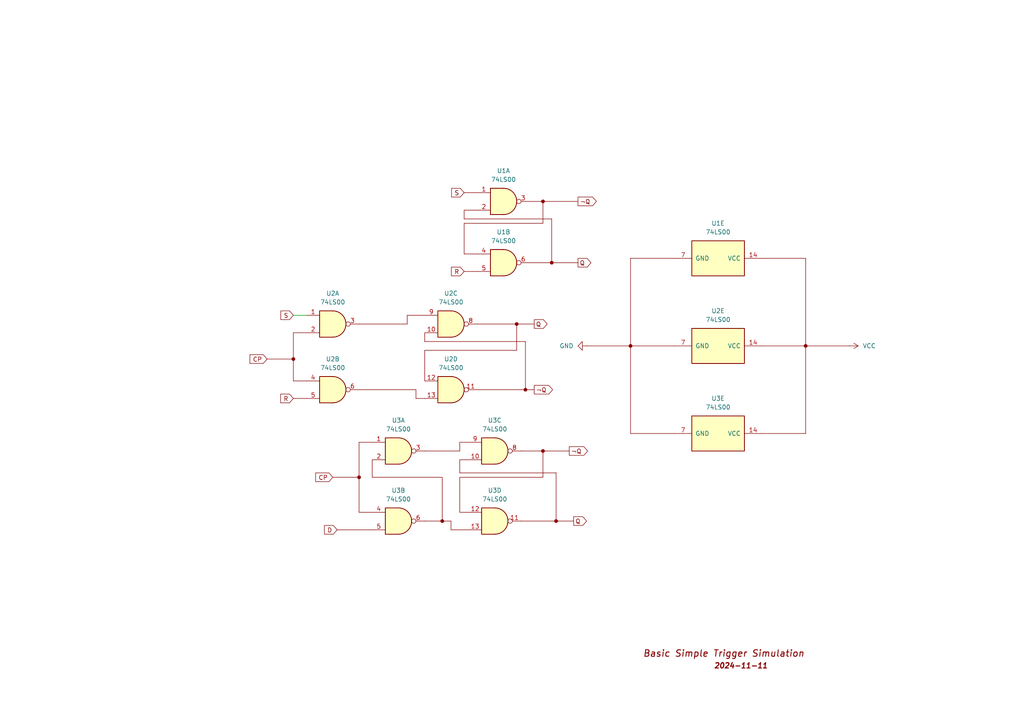
<source format=kicad_sch>
(kicad_sch (version 20231120) (generator "eeschema") (generator_version "8.0")
  (paper "A4")
  (lib_symbols
    (symbol "74xx:74LS00" (pin_names (offset 1.016))
      (property "Reference" "U" (at 0 1.27 0))
      (property "Value" "74LS00" (at 0 -1.27 0))
      (symbol "74LS00_1_1"
        (arc (start 0 -3.81) (mid 3.7934 0) (end 0 3.81) (stroke (width 0.254)) (fill (type background)))
        (polyline (pts (xy 0 3.81) (xy -3.81 3.81) (xy -3.81 -3.81) (xy 0 -3.81)) (stroke (width 0.254)) (fill (type background)))
        (pin input line (at -7.62 2.54 0) (length 3.81) (name "~") (number "1"))
        (pin input line (at -7.62 -2.54 0) (length 3.81) (name "~") (number "2"))
        (pin output inverted (at 7.62 0 180) (length 3.81) (name "~") (number "3"))
      )
      (symbol "74LS00_1_2"
        (arc (start -3.81 -3.81) (mid -2.589 0) (end -3.81 3.81) (stroke (width 0.254)))
        (arc (start -0.6096 -3.81) (mid 2.1842 -2.5851) (end 3.81 0) (stroke (width 0.254)) (fill (type background)))
        (polyline (pts (xy -3.81 -3.81) (xy -0.635 -3.81)) (stroke (width 0.254)) (fill (type background)))
        (polyline (pts (xy -3.81 3.81) (xy -0.635 3.81)) (stroke (width 0.254)) (fill (type background)))
        (polyline (pts (xy -0.635 3.81) (xy -3.81 3.81) (xy -3.81 3.81) (xy -3.556 3.4036) (xy -3.0226 2.2606) (xy -2.6924 1.0414) (xy -2.6162 -0.254) (xy -2.7686 -1.4986) (xy -3.175 -2.7178) (xy -3.81 -3.81) (xy -3.81 -3.81) (xy -0.635 -3.81)) (stroke (width -25.4)) (fill (type background)))
        (arc (start 3.81 0) (mid 2.1915 2.5936) (end -0.6096 3.81) (stroke (width 0.254)) (fill (type background)))
        (pin input inverted (at -7.62 2.54 0) (length 4.318) (name "~") (number "1"))
        (pin input inverted (at -7.62 -2.54 0) (length 4.318) (name "~") (number "2"))
        (pin output line (at 7.62 0 180) (length 3.81) (name "~") (number "3"))
      )
      (symbol "74LS00_2_1"
        (arc (start 0 -3.81) (mid 3.7934 0) (end 0 3.81) (stroke (width 0.254)) (fill (type background)))
        (polyline (pts (xy 0 3.81) (xy -3.81 3.81) (xy -3.81 -3.81) (xy 0 -3.81)) (stroke (width 0.254)) (fill (type background)))
        (pin input line (at -7.62 2.54 0) (length 3.81) (name "~") (number "4"))
        (pin input line (at -7.62 -2.54 0) (length 3.81) (name "~") (number "5"))
        (pin output inverted (at 7.62 0 180) (length 3.81) (name "~") (number "6"))
      )
      (symbol "74LS00_2_2"
        (arc (start -3.81 -3.81) (mid -2.589 0) (end -3.81 3.81) (stroke (width 0.254)))
        (arc (start -0.6096 -3.81) (mid 2.1842 -2.5851) (end 3.81 0) (stroke (width 0.254)) (fill (type background)))
        (polyline (pts (xy -3.81 -3.81) (xy -0.635 -3.81)) (stroke (width 0.254)) (fill (type background)))
        (polyline (pts (xy -3.81 3.81) (xy -0.635 3.81)) (stroke (width 0.254)) (fill (type background)))
        (polyline (pts (xy -0.635 3.81) (xy -3.81 3.81) (xy -3.81 3.81) (xy -3.556 3.4036) (xy -3.0226 2.2606) (xy -2.6924 1.0414) (xy -2.6162 -0.254) (xy -2.7686 -1.4986) (xy -3.175 -2.7178) (xy -3.81 -3.81) (xy -3.81 -3.81) (xy -0.635 -3.81)) (stroke (width -25.4)) (fill (type background)))
        (arc (start 3.81 0) (mid 2.1915 2.5936) (end -0.6096 3.81) (stroke (width 0.254)) (fill (type background)))
        (pin input inverted (at -7.62 2.54 0) (length 4.318) (name "~") (number "4"))
        (pin input inverted (at -7.62 -2.54 0) (length 4.318) (name "~") (number "5"))
        (pin output line (at 7.62 0 180) (length 3.81) (name "~") (number "6"))
      )
      (symbol "74LS00_3_1"
        (arc (start 0 -3.81) (mid 3.7934 0) (end 0 3.81) (stroke (width 0.254)) (fill (type background)))
        (polyline (pts (xy 0 3.81) (xy -3.81 3.81) (xy -3.81 -3.81) (xy 0 -3.81)) (stroke (width 0.254)) (fill (type background)))
        (pin input line (at -7.62 -2.54 0) (length 3.81) (name "~") (number "10"))
        (pin output inverted (at 7.62 0 180) (length 3.81) (name "~") (number "8"))
        (pin input line (at -7.62 2.54 0) (length 3.81) (name "~") (number "9"))
      )
      (symbol "74LS00_3_2"
        (arc (start -3.81 -3.81) (mid -2.589 0) (end -3.81 3.81) (stroke (width 0.254)))
        (arc (start -0.6096 -3.81) (mid 2.1842 -2.5851) (end 3.81 0) (stroke (width 0.254)) (fill (type background)))
        (polyline (pts (xy -3.81 -3.81) (xy -0.635 -3.81)) (stroke (width 0.254)) (fill (type background)))
        (polyline (pts (xy -3.81 3.81) (xy -0.635 3.81)) (stroke (width 0.254)) (fill (type background)))
        (polyline (pts (xy -0.635 3.81) (xy -3.81 3.81) (xy -3.81 3.81) (xy -3.556 3.4036) (xy -3.0226 2.2606) (xy -2.6924 1.0414) (xy -2.6162 -0.254) (xy -2.7686 -1.4986) (xy -3.175 -2.7178) (xy -3.81 -3.81) (xy -3.81 -3.81) (xy -0.635 -3.81)) (stroke (width -25.4)) (fill (type background)))
        (arc (start 3.81 0) (mid 2.1915 2.5936) (end -0.6096 3.81) (stroke (width 0.254)) (fill (type background)))
        (pin input inverted (at -7.62 -2.54 0) (length 4.318) (name "~") (number "10"))
        (pin output line (at 7.62 0 180) (length 3.81) (name "~") (number "8"))
        (pin input inverted (at -7.62 2.54 0) (length 4.318) (name "~") (number "9"))
      )
      (symbol "74LS00_4_1"
        (arc (start 0 -3.81) (mid 3.7934 0) (end 0 3.81) (stroke (width 0.254)) (fill (type background)))
        (polyline (pts (xy 0 3.81) (xy -3.81 3.81) (xy -3.81 -3.81) (xy 0 -3.81)) (stroke (width 0.254)) (fill (type background)))
        (pin output inverted (at 7.62 0 180) (length 3.81) (name "~") (number "11"))
        (pin input line (at -7.62 2.54 0) (length 3.81) (name "~") (number "12"))
        (pin input line (at -7.62 -2.54 0) (length 3.81) (name "~") (number "13"))
      )
      (symbol "74LS00_4_2"
        (arc (start -3.81 -3.81) (mid -2.589 0) (end -3.81 3.81) (stroke (width 0.254)))
        (arc (start -0.6096 -3.81) (mid 2.1842 -2.5851) (end 3.81 0) (stroke (width 0.254)) (fill (type background)))
        (polyline (pts (xy -3.81 -3.81) (xy -0.635 -3.81)) (stroke (width 0.254)) (fill (type background)))
        (polyline (pts (xy -3.81 3.81) (xy -0.635 3.81)) (stroke (width 0.254)) (fill (type background)))
        (polyline (pts (xy -0.635 3.81) (xy -3.81 3.81) (xy -3.81 3.81) (xy -3.556 3.4036) (xy -3.0226 2.2606) (xy -2.6924 1.0414) (xy -2.6162 -0.254) (xy -2.7686 -1.4986) (xy -3.175 -2.7178) (xy -3.81 -3.81) (xy -3.81 -3.81) (xy -0.635 -3.81)) (stroke (width -25.4)) (fill (type background)))
        (arc (start 3.81 0) (mid 2.1915 2.5936) (end -0.6096 3.81) (stroke (width 0.254)) (fill (type background)))
        (pin output line (at 7.62 0 180) (length 3.81) (name "~") (number "11"))
        (pin input inverted (at -7.62 2.54 0) (length 4.318) (name "~") (number "12"))
        (pin input inverted (at -7.62 -2.54 0) (length 4.318) (name "~") (number "13"))
      )
      (symbol "74LS00_5_0"
        (pin power_in line (at 0 12.7 270) (length 5.08) (name "VCC") (number "14"))
        (pin power_in line (at 0 -12.7 90) (length 5.08) (name "GND") (number "7"))
      )
      (symbol "74LS00_5_1"
        (rectangle (start -5.08 7.62) (end 5.08 -7.62) (stroke (width 0.254)) (fill (type background)))
      )
    )
    (symbol "power:GND" (power) (pin_numbers hide) (pin_names (offset 0) hide)
      (property "Value" "GND" (at 0 -3.81 0))
      (symbol "GND_0_1"
        (polyline (pts (xy 0 0) (xy 0 -1.27) (xy 1.27 -1.27) (xy 0 -2.54) (xy -1.27 -1.27) (xy 0 -1.27)))
      )
      (symbol "GND_1_1"
        (pin power_in line (at 0 0 270) (length 0) (name "~") (number "1"))
      )
    )
    (symbol "power:VCC" (power) (pin_numbers hide) (pin_names (offset 0) hide)
      (property "Value" "VCC" (at 0 3.556 0))
      (symbol "VCC_0_1"
        (polyline (pts (xy -0.762 1.27) (xy 0 2.54)))
        (polyline (pts (xy 0 0) (xy 0 2.54)))
        (polyline (pts (xy 0 2.54) (xy 0.762 1.27)))
      )
      (symbol "VCC_1_1"
        (pin power_in line (at 0 0 90) (length 0) (name "~") (number "1"))
      )
    )
  )
  (junction (at 233.68 100.33) (color 132 0 0 1))
  (junction (at 157.48 58.42) (color 132 0 0 1))
  (junction (at 157.48 130.81) (color 132 0 0 1))
  (junction (at 149.86 93.98) (color 132 0 0 1))
  (junction (at 128.27 151.13) (color 132 0 0 1))
  (junction (at 160.02 76.2) (color 132 0 0 1))
  (junction (at 161.29 151.13) (color 132 0 0 1))
  (junction (at 104.14 138.43) (color 132 0 0 1))
  (junction (at 85.09 104.14) (color 132 0 0 1))
  (junction (at 182.88 100.33) (color 132 0 0 1))
  (junction (at 152.4 113.03) (color 132 0 0 1))
  (wire (pts (xy 123.19 130.81) (xy 133.35 130.81)) (stroke (width 0) (color 132 0 0 1)))
  (wire (pts (xy 220.98 74.93) (xy 233.68 74.93)) (stroke (width 0) (color 132 0 0 1)))
  (wire (pts (xy 128.27 151.13) (xy 130.81 151.13)) (stroke (width 0) (color 132 0 0 1)))
  (wire (pts (xy 133.35 148.59) (xy 133.35 138.43)) (stroke (width 0) (color 132 0 0 1)))
  (wire (pts (xy 138.43 113.03) (xy 152.4 113.03)) (stroke (width 0) (color 132 0 0 1)))
  (wire (pts (xy 152.4 99.06) (xy 152.4 113.03)) (stroke (width 0) (color 132 0 0 1)))
  (wire (pts (xy 104.14 128.27) (xy 107.95 128.27)) (stroke (width 0) (color 132 0 0 1)))
  (wire (pts (xy 104.14 148.59) (xy 104.14 138.43)) (stroke (width 0) (color 132 0 0 1)))
  (wire (pts (xy 157.48 130.81) (xy 165.1 130.81)) (stroke (width 0) (color 132 0 0 1)))
  (wire (pts (xy 220.98 100.33) (xy 233.68 100.33)) (stroke (width 0) (color 132 0 0 1)))
  (wire (pts (xy 135.89 148.59) (xy 133.35 148.59)) (stroke (width 0) (color 132 0 0 1)))
  (wire (pts (xy 134.62 63.5) (xy 160.02 63.5)) (stroke (width 0) (color 132 0 0 1)))
  (wire (pts (xy 134.62 78.74) (xy 138.43 78.74)) (stroke (width 0) (color 132 0 0 1)))
  (wire (pts (xy 104.14 113.03) (xy 120.65 113.03)) (stroke (width 0) (color 132 0 0 1)))
  (wire (pts (xy 134.62 55.88) (xy 138.43 55.88)) (stroke (width 0) (color 132 0 0 1)))
  (wire (pts (xy 134.62 64.77) (xy 157.48 64.77)) (stroke (width 0) (color 132 0 0 1)))
  (wire (pts (xy 233.68 100.33) (xy 233.68 125.73)) (stroke (width 0) (color 132 0 0 1)))
  (wire (pts (xy 134.62 73.66) (xy 134.62 64.77)) (stroke (width 0) (color 132 0 0 1)))
  (wire (pts (xy 133.35 133.35) (xy 133.35 137.16)) (stroke (width 0) (color 132 0 0 1)))
  (wire (pts (xy 118.11 93.98) (xy 118.11 91.44)) (stroke (width 0) (color 132 0 0 1)))
  (wire (pts (xy 133.35 128.27) (xy 135.89 128.27)) (stroke (width 0) (color 132 0 0 1)))
  (wire (pts (xy 160.02 76.2) (xy 167.64 76.2)) (stroke (width 0) (color 132 0 0 1)))
  (wire (pts (xy 123.19 96.52) (xy 123.19 99.06)) (stroke (width 0) (color 132 0 0 1)))
  (wire (pts (xy 85.09 104.14) (xy 85.09 110.49)) (stroke (width 0) (color 132 0 0 1)))
  (wire (pts (xy 161.29 151.13) (xy 166.37 151.13)) (stroke (width 0) (color 132 0 0 1)))
  (wire (pts (xy 120.65 115.57) (xy 123.19 115.57)) (stroke (width 0) (color 132 0 0 1)))
  (wire (pts (xy 138.43 73.66) (xy 134.62 73.66)) (stroke (width 0) (color 132 0 0 1)))
  (wire (pts (xy 123.19 99.06) (xy 152.4 99.06)) (stroke (width 0) (color 132 0 0 1)))
  (wire (pts (xy 182.88 125.73) (xy 195.58 125.73)) (stroke (width 0) (color 132 0 0 1)))
  (wire (pts (xy 233.68 100.33) (xy 246.38 100.33)) (stroke (width 0) (color 132 0 0 1)))
  (wire (pts (xy 85.09 91.44) (xy 88.9 91.44)))
  (wire (pts (xy 85.09 96.52) (xy 85.09 104.14)) (stroke (width 0) (color 132 0 0 1)))
  (wire (pts (xy 182.88 100.33) (xy 182.88 125.73)) (stroke (width 0) (color 132 0 0 1)))
  (wire (pts (xy 85.09 115.57) (xy 88.9 115.57)) (stroke (width 0) (color 132 0 0 1)))
  (wire (pts (xy 120.65 113.03) (xy 120.65 115.57)) (stroke (width 0) (color 132 0 0 1)))
  (wire (pts (xy 134.62 60.96) (xy 134.62 63.5)) (stroke (width 0) (color 132 0 0 1)))
  (wire (pts (xy 88.9 110.49) (xy 85.09 110.49)) (stroke (width 0) (color 132 0 0 1)))
  (wire (pts (xy 133.35 138.43) (xy 157.48 138.43)) (stroke (width 0) (color 132 0 0 1)))
  (wire (pts (xy 157.48 130.81) (xy 151.13 130.81)) (stroke (width 0) (color 132 0 0 1)))
  (wire (pts (xy 77.47 104.14) (xy 85.09 104.14)) (stroke (width 0) (color 132 0 0 1)))
  (wire (pts (xy 149.86 93.98) (xy 154.94 93.98)) (stroke (width 0) (color 132 0 0 1)))
  (wire (pts (xy 123.19 151.13) (xy 128.27 151.13)) (stroke (width 0) (color 132 0 0 1)))
  (wire (pts (xy 160.02 63.5) (xy 160.02 76.2)) (stroke (width 0) (color 132 0 0 1)))
  (wire (pts (xy 133.35 130.81) (xy 133.35 128.27)) (stroke (width 0) (color 132 0 0 1)))
  (wire (pts (xy 195.58 74.93) (xy 182.88 74.93)) (stroke (width 0) (color 132 0 0 1)))
  (wire (pts (xy 157.48 64.77) (xy 157.48 58.42)) (stroke (width 0) (color 132 0 0 1)))
  (wire (pts (xy 161.29 137.16) (xy 161.29 151.13)) (stroke (width 0) (color 132 0 0 1)))
  (wire (pts (xy 153.67 58.42) (xy 157.48 58.42)) (stroke (width 0) (color 132 0 0 1)))
  (wire (pts (xy 118.11 91.44) (xy 123.19 91.44)) (stroke (width 0) (color 132 0 0 1)))
  (wire (pts (xy 96.52 138.43) (xy 104.14 138.43)) (stroke (width 0) (color 132 0 0 1)))
  (wire (pts (xy 128.27 138.43) (xy 128.27 151.13)) (stroke (width 0) (color 132 0 0 1)))
  (wire (pts (xy 153.67 76.2) (xy 160.02 76.2)) (stroke (width 0) (color 132 0 0 1)))
  (wire (pts (xy 130.81 151.13) (xy 130.81 153.67)) (stroke (width 0) (color 132 0 0 1)))
  (wire (pts (xy 104.14 93.98) (xy 118.11 93.98)) (stroke (width 0) (color 132 0 0 1)))
  (wire (pts (xy 152.4 113.03) (xy 154.94 113.03)) (stroke (width 0) (color 132 0 0 1)))
  (wire (pts (xy 133.35 137.16) (xy 161.29 137.16)) (stroke (width 0) (color 132 0 0 1)))
  (wire (pts (xy 123.19 110.49) (xy 123.19 101.6)) (stroke (width 0) (color 132 0 0 1)))
  (wire (pts (xy 138.43 60.96) (xy 134.62 60.96)) (stroke (width 0) (color 132 0 0 1)))
  (wire (pts (xy 107.95 148.59) (xy 104.14 148.59)) (stroke (width 0) (color 132 0 0 1)))
  (wire (pts (xy 149.86 101.6) (xy 149.86 93.98)) (stroke (width 0) (color 132 0 0 1)))
  (wire (pts (xy 170.18 100.33) (xy 182.88 100.33)) (stroke (width 0) (color 132 0 0 1)))
  (wire (pts (xy 233.68 125.73) (xy 220.98 125.73)) (stroke (width 0) (color 132 0 0 1)))
  (wire (pts (xy 157.48 138.43) (xy 157.48 130.81)) (stroke (width 0) (color 132 0 0 1)))
  (wire (pts (xy 138.43 93.98) (xy 149.86 93.98)) (stroke (width 0) (color 132 0 0 1)))
  (wire (pts (xy 135.89 133.35) (xy 133.35 133.35)) (stroke (width 0) (color 132 0 0 1)))
  (wire (pts (xy 157.48 58.42) (xy 167.64 58.42)) (stroke (width 0) (color 132 0 0 1)))
  (wire (pts (xy 182.88 100.33) (xy 195.58 100.33)) (stroke (width 0) (color 132 0 0 1)))
  (wire (pts (xy 107.95 138.43) (xy 128.27 138.43)) (stroke (width 0) (color 132 0 0 1)))
  (wire (pts (xy 97.79 153.67) (xy 107.95 153.67)) (stroke (width 0) (color 132 0 0 1)))
  (wire (pts (xy 123.19 101.6) (xy 149.86 101.6)) (stroke (width 0) (color 132 0 0 1)))
  (wire (pts (xy 85.09 96.52) (xy 88.9 96.52)) (stroke (width 0) (color 132 0 0 1)))
  (wire (pts (xy 130.81 153.67) (xy 135.89 153.67)) (stroke (width 0) (color 132 0 0 1)))
  (wire (pts (xy 233.68 74.93) (xy 233.68 100.33)) (stroke (width 0) (color 132 0 0 1)))
  (wire (pts (xy 182.88 74.93) (xy 182.88 100.33)) (stroke (width 0) (color 132 0 0 1)))
  (wire (pts (xy 107.95 133.35) (xy 107.95 138.43)) (stroke (width 0) (color 132 0 0 1)))
  (wire (pts (xy 104.14 128.27) (xy 104.14 138.43)) (stroke (width 0) (color 132 0 0 1)))
  (wire (pts (xy 151.13 151.13) (xy 161.29 151.13)) (stroke (width 0) (color 132 0 0 1)))
  (text "Basic Simple Trigger Simulation" (at 186.436 189.738 0) (effects (font (size 1.905 1.905) (thickness 0.254) (bold yes) (italic yes)) (justify left)))
  (text "2024-11-11" (at 207.01 193.294 0) (effects (font (size 1.524 1.524) (thickness 0.3048) (bold yes) (italic yes)) (justify left)))
  (global_label "Q" (shape output) (at 154.94 93.98 0) (property "Intersheetrefs" "${INTERSHEET_REFS}" (effects (hide yes))))
  (global_label "Q" (shape output) (at 166.37 151.13 0) (property "Intersheetrefs" "${INTERSHEET_REFS}" (effects (hide yes))))
  (global_label "R" (shape input) (at 85.09 115.57 180) (property "Intersheetrefs" "${INTERSHEET_REFS}" (effects (hide yes))))
  (global_label "R" (shape input) (at 134.62 78.74 180) (property "Intersheetrefs" "${INTERSHEET_REFS}" (effects (hide yes))))
  (global_label "¬Q" (shape output) (at 165.1 130.81 0) (property "Intersheetrefs" "${INTERSHEET_REFS}" (effects (hide yes))))
  (global_label "S" (shape input) (at 134.62 55.88 180) (property "Intersheetrefs" "${INTERSHEET_REFS}" (effects (hide yes))))
  (global_label "CP" (shape input) (at 77.47 104.14 180) (property "Intersheetrefs" "${INTERSHEET_REFS}" (effects (hide yes))))
  (global_label "Q" (shape output) (at 167.64 76.2 0) (property "Intersheetrefs" "${INTERSHEET_REFS}" (effects (hide yes))))
  (global_label "D" (shape input) (at 97.79 153.67 180) (property "Intersheetrefs" "${INTERSHEET_REFS}" (effects (hide yes))))
  (global_label "¬Q" (shape output) (at 167.64 58.42 0) (property "Intersheetrefs" "${INTERSHEET_REFS}" (effects (hide yes))))
  (global_label "¬Q" (shape output) (at 154.94 113.03 0) (property "Intersheetrefs" "${INTERSHEET_REFS}" (effects (hide yes))))
  (global_label "S" (shape input) (at 85.09 91.44 180) (property "Intersheetrefs" "${INTERSHEET_REFS}" (effects (hide yes))))
  (global_label "CP" (shape input) (at 96.52 138.43 180) (property "Intersheetrefs" "${INTERSHEET_REFS}" (effects (hide yes))))
  (symbol (lib_id "74xx:74LS00") (at 115.57 130.81 0) (unit 1)
    (property "Reference" "U3" (at 115.5617 121.92 0))
    (property "Value" "74LS00" (at 115.5617 124.46 0))
    (property "Datasheet" "http://www.ti.com/lit/gpn/sn74ls00" (effects (hide yes)))
    (property "Description" "quad 2-input NAND gate" (effects (hide yes)))
  )
  (symbol (lib_id "74xx:74LS00") (at 96.52 113.03 0) (unit 2)
    (property "Reference" "U2" (at 96.5117 104.14 0))
    (property "Value" "74LS00" (at 96.5117 106.68 0))
    (property "Datasheet" "http://www.ti.com/lit/gpn/sn74ls00" (effects (hide yes)))
    (property "Description" "quad 2-input NAND gate" (effects (hide yes)))
  )
  (symbol (lib_id "74xx:74LS00") (at 208.28 100.33 270) (unit 5)
    (property "Reference" "U2" (at 208.28 90.17 90))
    (property "Value" "74LS00" (at 208.28 92.71 90))
    (property "Datasheet" "http://www.ti.com/lit/gpn/sn74ls00" (effects (hide yes)))
    (property "Description" "quad 2-input NAND gate" (effects (hide yes)))
  )
  (symbol (lib_id "74xx:74LS00") (at 130.81 113.03 0) (unit 4)
    (property "Reference" "U2" (at 130.8017 104.14 0))
    (property "Value" "74LS00" (at 130.8017 106.68 0))
    (property "Datasheet" "http://www.ti.com/lit/gpn/sn74ls00" (effects (hide yes)))
    (property "Description" "quad 2-input NAND gate" (effects (hide yes)))
  )
  (symbol (lib_id "74xx:74LS00") (at 208.28 74.93 270) (unit 5)
    (property "Reference" "U1" (at 208.28 64.77 90))
    (property "Value" "74LS00" (at 208.28 67.31 90))
    (property "Datasheet" "http://www.ti.com/lit/gpn/sn74ls00" (effects (hide yes)))
    (property "Description" "quad 2-input NAND gate" (effects (hide yes)))
  )
  (symbol (lib_id "74xx:74LS00") (at 146.05 58.42 0) (unit 1)
    (property "Reference" "U1" (at 146.0417 49.53 0))
    (property "Value" "74LS00" (at 146.0417 52.07 0))
    (property "Datasheet" "http://www.ti.com/lit/gpn/sn74ls00" (effects (hide yes)))
    (property "Description" "quad 2-input NAND gate" (effects (hide yes)))
  )
  (symbol (lib_id "74xx:74LS00") (at 143.51 130.81 0) (unit 3)
    (property "Reference" "U3" (at 143.5017 121.92 0))
    (property "Value" "74LS00" (at 143.5017 124.46 0))
    (property "Datasheet" "http://www.ti.com/lit/gpn/sn74ls00" (effects (hide yes)))
    (property "Description" "quad 2-input NAND gate" (effects (hide yes)))
  )
  (symbol (lib_id "power:VCC") (at 246.38 100.33 270) (unit 1)
    (property "Reference" "#PWR02" (effects (hide yes)))
    (property "Value" "VCC" (at 250.19 100.3299 90) (effects (justify left)))
    (property "Description" "Power symbol creates a global label with name \"VCC\"" (effects (hide yes)))
  )
  (symbol (lib_id "74xx:74LS00") (at 208.28 125.73 270) (unit 5)
    (property "Reference" "U3" (at 208.28 115.57 90))
    (property "Value" "74LS00" (at 208.28 118.11 90))
    (property "Datasheet" "http://www.ti.com/lit/gpn/sn74ls00" (effects (hide yes)))
    (property "Description" "quad 2-input NAND gate" (effects (hide yes)))
  )
  (symbol (lib_id "power:GND") (at 170.18 100.33 270) (unit 1)
    (property "Reference" "#PWR01" (effects (hide yes)))
    (property "Value" "GND" (at 166.37 100.3299 90) (effects (justify right)))
    (property "Description" "Power symbol creates a global label with name \"GND\" , ground" (effects (hide yes)))
  )
  (symbol (lib_id "74xx:74LS00") (at 146.05 76.2 0) (unit 2)
    (property "Reference" "U1" (at 146.0417 67.31 0))
    (property "Value" "74LS00" (at 146.0417 69.85 0))
    (property "Datasheet" "http://www.ti.com/lit/gpn/sn74ls00" (effects (hide yes)))
    (property "Description" "quad 2-input NAND gate" (effects (hide yes)))
  )
  (symbol (lib_id "74xx:74LS00") (at 143.51 151.13 0) (unit 4)
    (property "Reference" "U3" (at 143.5017 142.24 0))
    (property "Value" "74LS00" (at 143.5017 144.78 0))
    (property "Datasheet" "http://www.ti.com/lit/gpn/sn74ls00" (effects (hide yes)))
    (property "Description" "quad 2-input NAND gate" (effects (hide yes)))
  )
  (symbol (lib_id "74xx:74LS00") (at 96.52 93.98 0) (unit 1)
    (property "Reference" "U2" (at 96.5117 85.09 0))
    (property "Value" "74LS00" (at 96.5117 87.63 0))
    (property "Datasheet" "http://www.ti.com/lit/gpn/sn74ls00" (effects (hide yes)))
    (property "Description" "quad 2-input NAND gate" (effects (hide yes)))
  )
  (symbol (lib_id "74xx:74LS00") (at 130.81 93.98 0) (unit 3)
    (property "Reference" "U2" (at 130.8017 85.09 0))
    (property "Value" "74LS00" (at 130.8017 87.63 0))
    (property "Datasheet" "http://www.ti.com/lit/gpn/sn74ls00" (effects (hide yes)))
    (property "Description" "quad 2-input NAND gate" (effects (hide yes)))
  )
  (symbol (lib_id "74xx:74LS00") (at 115.57 151.13 0) (unit 2)
    (property "Reference" "U3" (at 115.5617 142.24 0))
    (property "Value" "74LS00" (at 115.5617 144.78 0))
    (property "Datasheet" "http://www.ti.com/lit/gpn/sn74ls00" (effects (hide yes)))
    (property "Description" "quad 2-input NAND gate" (effects (hide yes)))
  )
)
</source>
